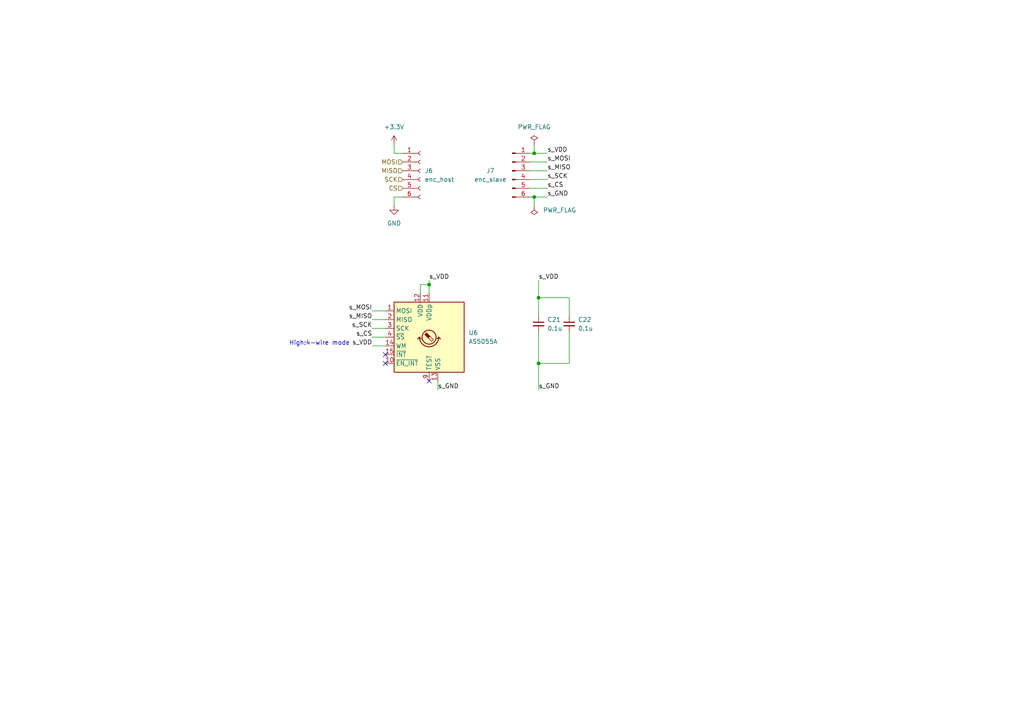
<source format=kicad_sch>
(kicad_sch (version 20211123) (generator eeschema)
  (paper "A4")
  (lib_symbols
    (symbol "Connector:Conn_01x06_Female" (pin_names (offset 1.016) hide)
      (property "Reference" "J" (at 0 7.62 0))
      (property "Value" "Conn_01x06_Female" (at 0 -10.16 0))
      (symbol "Conn_01x06_Female_1_1"
        (arc (start 0 -7.112) (mid -0.508 -7.62) (end 0 -8.128) (stroke (width 0.1524)))
        (arc (start 0 -4.572) (mid -0.508 -5.08) (end 0 -5.588) (stroke (width 0.1524)))
        (arc (start 0 -2.032) (mid -0.508 -2.54) (end 0 -3.048) (stroke (width 0.1524)))
        (polyline (pts (xy -1.27 -7.62) (xy -0.508 -7.62)) (stroke (width 0.1524)))
        (polyline (pts (xy -1.27 -5.08) (xy -0.508 -5.08)) (stroke (width 0.1524)))
        (polyline (pts (xy -1.27 -2.54) (xy -0.508 -2.54)) (stroke (width 0.1524)))
        (polyline (pts (xy -1.27 0) (xy -0.508 0)) (stroke (width 0.1524)))
        (polyline (pts (xy -1.27 2.54) (xy -0.508 2.54)) (stroke (width 0.1524)))
        (polyline (pts (xy -1.27 5.08) (xy -0.508 5.08)) (stroke (width 0.1524)))
        (arc (start 0 0.508) (mid -0.508 0) (end 0 -0.508) (stroke (width 0.1524)))
        (arc (start 0 3.048) (mid -0.508 2.54) (end 0 2.032) (stroke (width 0.1524)))
        (arc (start 0 5.588) (mid -0.508 5.08) (end 0 4.572) (stroke (width 0.1524)))
        (pin passive line (at -5.08 5.08 0) (length 3.81) (name "Pin_1") (number "1"))
        (pin passive line (at -5.08 2.54 0) (length 3.81) (name "Pin_2") (number "2"))
        (pin passive line (at -5.08 0 0) (length 3.81) (name "Pin_3") (number "3"))
        (pin passive line (at -5.08 -2.54 0) (length 3.81) (name "Pin_4") (number "4"))
        (pin passive line (at -5.08 -5.08 0) (length 3.81) (name "Pin_5") (number "5"))
        (pin passive line (at -5.08 -7.62 0) (length 3.81) (name "Pin_6") (number "6"))
      )
    )
    (symbol "Connector:Conn_01x06_Male" (pin_names (offset 1.016) hide)
      (property "Reference" "J" (at 0 7.62 0))
      (property "Value" "Conn_01x06_Male" (at 0 -10.16 0))
      (symbol "Conn_01x06_Male_1_1"
        (polyline (pts (xy 1.27 -7.62) (xy 0.8636 -7.62)) (stroke (width 0.1524)))
        (polyline (pts (xy 1.27 -5.08) (xy 0.8636 -5.08)) (stroke (width 0.1524)))
        (polyline (pts (xy 1.27 -2.54) (xy 0.8636 -2.54)) (stroke (width 0.1524)))
        (polyline (pts (xy 1.27 0) (xy 0.8636 0)) (stroke (width 0.1524)))
        (polyline (pts (xy 1.27 2.54) (xy 0.8636 2.54)) (stroke (width 0.1524)))
        (polyline (pts (xy 1.27 5.08) (xy 0.8636 5.08)) (stroke (width 0.1524)))
        (rectangle (start 0.8636 -7.493) (end 0 -7.747) (stroke (width 0.1524)) (fill (type outline)))
        (rectangle (start 0.8636 -4.953) (end 0 -5.207) (stroke (width 0.1524)) (fill (type outline)))
        (rectangle (start 0.8636 -2.413) (end 0 -2.667) (stroke (width 0.1524)) (fill (type outline)))
        (rectangle (start 0.8636 0.127) (end 0 -0.127) (stroke (width 0.1524)) (fill (type outline)))
        (rectangle (start 0.8636 2.667) (end 0 2.413) (stroke (width 0.1524)) (fill (type outline)))
        (rectangle (start 0.8636 5.207) (end 0 4.953) (stroke (width 0.1524)) (fill (type outline)))
        (pin passive line (at 5.08 5.08 180) (length 3.81) (name "Pin_1") (number "1"))
        (pin passive line (at 5.08 2.54 180) (length 3.81) (name "Pin_2") (number "2"))
        (pin passive line (at 5.08 0 180) (length 3.81) (name "Pin_3") (number "3"))
        (pin passive line (at 5.08 -2.54 180) (length 3.81) (name "Pin_4") (number "4"))
        (pin passive line (at 5.08 -5.08 180) (length 3.81) (name "Pin_5") (number "5"))
        (pin passive line (at 5.08 -7.62 180) (length 3.81) (name "Pin_6") (number "6"))
      )
    )
    (symbol "Device:C_Small" (pin_numbers hide) (pin_names (offset 0.254) hide)
      (property "Reference" "C" (at 0.254 1.778 0))
      (property "Value" "C_Small" (at 0.254 -2.032 0))
      (symbol "C_Small_0_1"
        (polyline (pts (xy -1.524 -0.508) (xy 1.524 -0.508)) (stroke (width 0.3302)))
        (polyline (pts (xy -1.524 0.508) (xy 1.524 0.508)) (stroke (width 0.3048)))
      )
      (symbol "C_Small_1_1"
        (pin passive line (at 0 2.54 270) (length 2.032) (name "~") (number "1"))
        (pin passive line (at 0 -2.54 90) (length 2.032) (name "~") (number "2"))
      )
    )
    (symbol "Sensor_Magnetic:AS5055A"
      (property "Reference" "U" (at -10.16 11.43 0))
      (property "Value" "AS5055A" (at 10.16 11.43 0))
      (symbol "AS5055A_0_1"
        (rectangle (start -10.16 10.16) (end 10.16 -10.16) (stroke (width 0.254)) (fill (type background)))
        (arc (start -2.794 0) (mid 0 -2.794) (end 2.794 0) (stroke (width 0.254)))
        (polyline (pts (xy -2.794 0) (xy -3.302 -0.508)) (stroke (width 0.254)))
        (polyline (pts (xy -2.794 0) (xy -2.286 -0.508)) (stroke (width 0.254)))
        (polyline (pts (xy 2.794 0) (xy 2.286 -0.508)) (stroke (width 0.254)))
        (polyline (pts (xy 2.794 0) (xy 3.302 -0.508)) (stroke (width 0.254)))
      )
      (symbol "AS5055A_1_1"
        (polyline (pts (xy 0.254 0.254) (xy 1.27 -0.762) (xy 0.762 -1.27) (xy -0.254 -0.254)))
        (polyline (pts (xy -0.762 1.27) (xy 0.254 0.254) (xy -0.254 -0.254) (xy -1.27 0.762) (xy -1.016 1.016) (xy -0.762 1.27) (xy -0.635 1.143)) (fill (type outline)))
        (circle (center 0 0) (radius 2.032) (stroke (width 0.254)))
        (pin input line (at -12.7 7.62 0) (length 2.54) (name "MOSI") (number "1"))
        (pin input line (at -12.7 -7.62 0) (length 2.54) (name "~{EN_INT}") (number "10"))
        (pin power_in line (at 0 12.7 270) (length 2.54) (name "VDDp") (number "11"))
        (pin power_in line (at -2.54 12.7 270) (length 2.54) (name "VDD") (number "12"))
        (pin power_in line (at 2.54 -12.7 90) (length 2.54) (name "VSS") (number "13"))
        (pin input line (at -12.7 -2.54 0) (length 2.54) (name "WM") (number "14"))
        (pin output line (at -12.7 -5.08 0) (length 2.54) (name "~{INT}") (number "15"))
        (pin no_connect line (at 5.08 -10.16 90) (length 2.54) hide (name "NC") (number "16"))
        (pin no_connect line (at 7.62 -10.16 90) (length 2.54) hide (name "NC") (number "17"))
        (pin output line (at -12.7 5.08 0) (length 2.54) (name "MISO") (number "2"))
        (pin input line (at -12.7 2.54 0) (length 2.54) (name "SCK") (number "3"))
        (pin input line (at -12.7 0 0) (length 2.54) (name "~{SS}") (number "4"))
        (pin no_connect line (at 10.16 7.62 180) (length 2.54) hide (name "NC") (number "5"))
        (pin no_connect line (at 10.16 5.08 180) (length 2.54) hide (name "NC") (number "6"))
        (pin no_connect line (at 10.16 2.54 180) (length 2.54) hide (name "NC") (number "7"))
        (pin no_connect line (at 10.16 0 180) (length 2.54) hide (name "NC") (number "8"))
        (pin passive line (at 0 -12.7 90) (length 2.54) (name "TEST") (number "9"))
      )
    )
    (symbol "power:+3.3V" (power) (pin_names (offset 0))
      (property "Value" "+3.3V" (at 0 3.556 0))
      (symbol "+3.3V_0_1"
        (polyline (pts (xy -0.762 1.27) (xy 0 2.54)))
        (polyline (pts (xy 0 0) (xy 0 2.54)))
        (polyline (pts (xy 0 2.54) (xy 0.762 1.27)))
      )
      (symbol "+3.3V_1_1"
        (pin power_in line (at 0 0 90) (length 0) hide (name "+3.3V") (number "1"))
      )
    )
    (symbol "power:GND" (power) (pin_names (offset 0))
      (property "Value" "GND" (at 0 -3.81 0))
      (symbol "GND_0_1"
        (polyline (pts (xy 0 0) (xy 0 -1.27) (xy 1.27 -1.27) (xy 0 -2.54) (xy -1.27 -1.27) (xy 0 -1.27)))
      )
      (symbol "GND_1_1"
        (pin power_in line (at 0 0 270) (length 0) hide (name "GND") (number "1"))
      )
    )
    (symbol "power:PWR_FLAG" (power) (pin_numbers hide) (pin_names (offset 0) hide)
      (property "Value" "PWR_FLAG" (at 0 3.81 0))
      (symbol "PWR_FLAG_0_0"
        (pin power_out line (at 0 0 90) (length 0) (name "pwr") (number "1"))
      )
      (symbol "PWR_FLAG_0_1"
        (polyline (pts (xy 0 0) (xy 0 1.27) (xy -1.016 1.905) (xy 0 2.54) (xy 1.016 1.905) (xy 0 1.27)))
      )
    )
  )
  (junction (at 124.46 82.55))
  (junction (at 156.21 86.36))
  (junction (at 154.94 57.15))
  (junction (at 154.94 44.45))
  (junction (at 156.21 105.41))
  (no_connect (at 111.76 102.87))
  (no_connect (at 111.76 105.41))
  (no_connect (at 124.46 110.49))
  (wire (pts (xy 127 110.49) (xy 127 113.03)))
  (wire (pts (xy 154.94 57.15) (xy 154.94 59.69)))
  (wire (pts (xy 114.3 41.91) (xy 114.3 44.45)))
  (wire (pts (xy 156.21 86.36) (xy 165.1 86.36)))
  (wire (pts (xy 165.1 91.44) (xy 165.1 86.36)))
  (wire (pts (xy 158.75 49.53) (xy 153.67 49.53)))
  (wire (pts (xy 158.75 44.45) (xy 154.94 44.45)))
  (wire (pts (xy 156.21 86.36) (xy 156.21 91.44)))
  (wire (pts (xy 107.95 90.17) (xy 111.76 90.17)))
  (wire (pts (xy 154.94 44.45) (xy 153.67 44.45)))
  (wire (pts (xy 124.46 81.28) (xy 124.46 82.55)))
  (wire (pts (xy 158.75 46.99) (xy 153.67 46.99)))
  (wire (pts (xy 156.21 81.28) (xy 156.21 86.36)))
  (wire (pts (xy 165.1 96.52) (xy 165.1 105.41)))
  (wire (pts (xy 124.46 82.55) (xy 124.46 85.09)))
  (wire (pts (xy 154.94 57.15) (xy 153.67 57.15)))
  (wire (pts (xy 156.21 105.41) (xy 165.1 105.41)))
  (wire (pts (xy 107.95 95.25) (xy 111.76 95.25)))
  (wire (pts (xy 158.75 52.07) (xy 153.67 52.07)))
  (wire (pts (xy 121.92 85.09) (xy 121.92 82.55)))
  (wire (pts (xy 107.95 97.79) (xy 111.76 97.79)))
  (wire (pts (xy 121.92 82.55) (xy 124.46 82.55)))
  (wire (pts (xy 158.75 54.61) (xy 153.67 54.61)))
  (wire (pts (xy 156.21 96.52) (xy 156.21 105.41)))
  (wire (pts (xy 107.95 92.71) (xy 111.76 92.71)))
  (wire (pts (xy 156.21 105.41) (xy 156.21 113.03)))
  (wire (pts (xy 107.95 100.33) (xy 111.76 100.33)))
  (wire (pts (xy 114.3 44.45) (xy 116.84 44.45)))
  (wire (pts (xy 154.94 41.91) (xy 154.94 44.45)))
  (wire (pts (xy 158.75 57.15) (xy 154.94 57.15)))
  (wire (pts (xy 114.3 59.69) (xy 114.3 57.15)))
  (wire (pts (xy 114.3 57.15) (xy 116.84 57.15)))
  (text "High:4-wire mode" (at 83.82 100.33 0) (effects (font (size 1.27 1.27)) (justify left bottom)))
  (label "s_VDD" (at 107.95 100.33 180))
  (label "s_VDD" (at 156.21 81.28 0))
  (label "s_MISO" (at 158.75 49.53 0))
  (label "s_MOSI" (at 107.95 90.17 180))
  (label "s_GND" (at 127 113.03 0))
  (label "s_VDD" (at 124.46 81.28 0))
  (label "s_CS" (at 158.75 54.61 0))
  (label "s_MOSI" (at 158.75 46.99 0))
  (label "s_GND" (at 158.75 57.15 0))
  (label "s_GND" (at 156.21 113.03 0))
  (label "s_CS" (at 107.95 97.79 180))
  (label "s_SCK" (at 158.75 52.07 0))
  (label "s_MISO" (at 107.95 92.71 180))
  (label "s_VDD" (at 158.75 44.45 0))
  (label "s_SCK" (at 107.95 95.25 180))
  (hierarchical_label "MOSI" (shape input) (at 116.84 46.99 180))
  (hierarchical_label "SCK" (shape input) (at 116.84 52.07 180))
  (hierarchical_label "CS" (shape input) (at 116.84 54.61 180))
  (hierarchical_label "MISO" (shape input) (at 116.84 49.53 180))
  (symbol (lib_id "Device:C_Small") (at 165.1 93.98 0) (unit 1)
    (property "Reference" "C22" (at 167.64 92.7162 0) (effects (justify left)))
    (property "Value" "0.1u" (at 167.64 95.2562 0) (effects (justify left)))
    (property "Footprint" "Capacitor_SMD:C_0201_0603Metric" (effects hide))
  )
  (symbol (lib_id "power:+3.3V") (at 114.3 41.91 0) (unit 1)
    (property "Reference" "#PWR045" (effects hide))
    (property "Value" "+3.3V" (at 114.3 36.83 0))
  )
  (symbol (lib_id "Connector:Conn_01x06_Female") (at 121.92 49.53 0) (unit 1)
    (property "Reference" "J6" (at 123.19 49.5299 0) (effects (justify left)))
    (property "Value" "enc_host" (at 123.19 52.0699 0) (effects (justify left)))
    (property "Footprint" "half_mouse_lib:encoder_board_host" (effects hide))
  )
  (symbol (lib_id "power:GND") (at 114.3 59.69 0) (unit 1)
    (property "Reference" "#PWR046" (effects hide))
    (property "Value" "GND" (at 114.3 64.77 0))
  )
  (symbol (lib_id "Device:C_Small") (at 156.21 93.98 0) (unit 1)
    (property "Reference" "C21" (at 158.75 92.7162 0) (effects (justify left)))
    (property "Value" "0.1u" (at 158.75 95.2562 0) (effects (justify left)))
    (property "Footprint" "Capacitor_SMD:C_0201_0603Metric" (effects hide))
  )
  (symbol (lib_id "power:PWR_FLAG") (at 154.94 41.91 0) (unit 1)
    (property "Reference" "#FLG05" (effects hide))
    (property "Value" "PWR_FLAG" (at 154.94 36.83 0))
  )
  (symbol (lib_id "power:PWR_FLAG") (at 154.94 59.69 180) (unit 1)
    (property "Reference" "#FLG06" (effects hide))
    (property "Value" "PWR_FLAG" (at 157.48 60.9599 0) (effects (justify right)))
  )
  (symbol (lib_id "Connector:Conn_01x06_Male") (at 148.59 49.53 0) (unit 1)
    (property "Reference" "J7" (at 142.24 49.53 0))
    (property "Value" "enc_slave" (at 142.24 52.07 0))
    (property "Footprint" "half_mouse_lib:encoder_board" (effects hide))
  )
  (symbol (lib_id "Sensor_Magnetic:AS5055A") (at 124.46 97.79 0) (unit 1)
    (property "Reference" "U6" (at 135.89 96.5199 0) (effects (justify left)))
    (property "Value" "AS5055A" (at 135.89 99.0599 0) (effects (justify left)))
    (property "Footprint" "Package_DFN_QFN:QFN-16-1EP_4x4mm_P0.65mm_EP2.7x2.7mm_PullBack" (effects hide))
    (property "Datasheet" "https://ams.com/documents/20143/36005/AS5055A_DS000304_2-00.pdf" (effects hide))
  )
)
</source>
